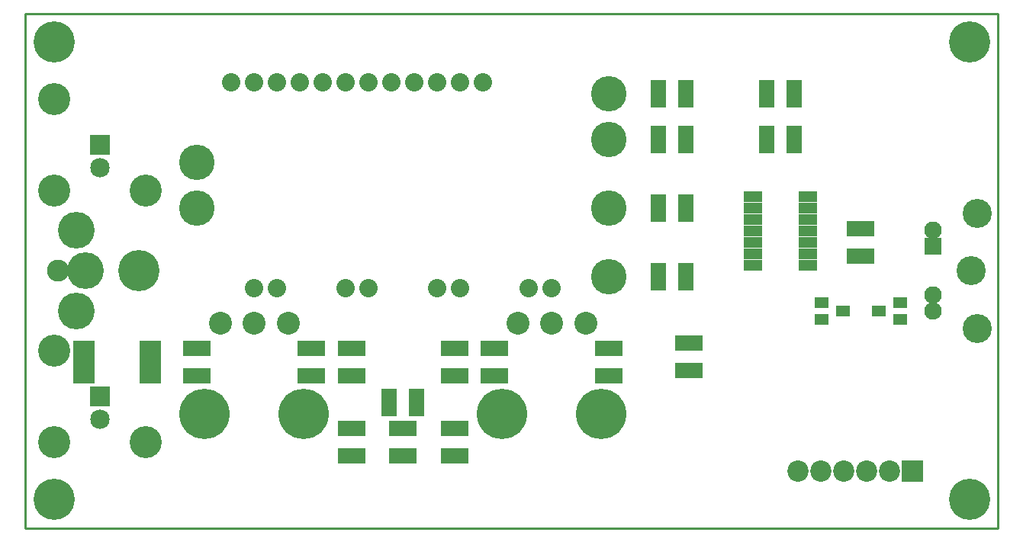
<source format=gbs>
G04 (created by PCBNEW-RS274X (2011-05-25)-stable) date Wed 30 Oct 2013 02:01:52 PM EDT*
G01*
G70*
G90*
%MOIN*%
G04 Gerber Fmt 3.4, Leading zero omitted, Abs format*
%FSLAX34Y34*%
G04 APERTURE LIST*
%ADD10C,0.006000*%
%ADD11C,0.009000*%
%ADD12C,0.127000*%
%ADD13C,0.076000*%
%ADD14R,0.076000X0.076000*%
%ADD15C,0.180000*%
%ADD16R,0.120000X0.070000*%
%ADD17C,0.080000*%
%ADD18R,0.070000X0.120000*%
%ADD19C,0.220000*%
%ADD20C,0.100000*%
%ADD21C,0.096000*%
%ADD22C,0.160000*%
%ADD23C,0.140000*%
%ADD24R,0.085000X0.085000*%
%ADD25C,0.085000*%
%ADD26R,0.095000X0.190000*%
%ADD27C,0.155000*%
%ADD28R,0.080000X0.045000*%
%ADD29C,0.093000*%
%ADD30R,0.093000X0.093000*%
%ADD31R,0.059000X0.048000*%
G04 APERTURE END LIST*
G54D10*
G54D11*
X29500Y-30500D02*
X29500Y-53000D01*
X72000Y-30500D02*
X29500Y-30500D01*
X72000Y-53000D02*
X72000Y-30500D01*
X29500Y-53000D02*
X72000Y-53000D01*
G54D12*
X71090Y-44270D03*
X71090Y-39230D03*
G54D13*
X69170Y-43520D03*
X69170Y-39980D03*
X69170Y-42815D03*
G54D14*
X69170Y-40685D03*
G54D12*
X70820Y-41750D03*
G54D15*
X30750Y-51750D03*
X70750Y-31750D03*
X30750Y-31750D03*
G54D16*
X48250Y-45150D03*
X48250Y-46350D03*
X43750Y-46350D03*
X43750Y-45150D03*
G54D15*
X70750Y-51750D03*
G54D16*
X42000Y-46350D03*
X42000Y-45150D03*
X43750Y-48650D03*
X43750Y-49850D03*
G54D17*
X44500Y-42500D03*
X43500Y-42500D03*
X40500Y-42500D03*
X39500Y-42500D03*
X47500Y-42500D03*
X48500Y-42500D03*
X51500Y-42500D03*
X52500Y-42500D03*
X38500Y-33500D03*
X39500Y-33500D03*
X40500Y-33500D03*
X41500Y-33500D03*
X42500Y-33500D03*
X43500Y-33500D03*
X44500Y-33500D03*
X45500Y-33500D03*
X46500Y-33500D03*
X47500Y-33500D03*
X48500Y-33500D03*
X49500Y-33500D03*
G54D18*
X61900Y-36000D03*
X63100Y-36000D03*
G54D16*
X58500Y-46100D03*
X58500Y-44900D03*
G54D18*
X45400Y-47500D03*
X46600Y-47500D03*
G54D16*
X46000Y-48650D03*
X46000Y-49850D03*
X55000Y-46350D03*
X55000Y-45150D03*
X50000Y-45150D03*
X50000Y-46350D03*
X37000Y-45150D03*
X37000Y-46350D03*
G54D18*
X58350Y-39000D03*
X57150Y-39000D03*
G54D16*
X66000Y-39900D03*
X66000Y-41100D03*
X48250Y-49850D03*
X48250Y-48650D03*
G54D18*
X61900Y-34000D03*
X63100Y-34000D03*
G54D19*
X41670Y-48000D03*
X37330Y-48000D03*
G54D20*
X39500Y-44060D03*
X40980Y-44060D03*
X38020Y-44060D03*
G54D19*
X54670Y-48000D03*
X50330Y-48000D03*
G54D20*
X52500Y-44060D03*
X53980Y-44060D03*
X51020Y-44060D03*
G54D18*
X57150Y-34000D03*
X58350Y-34000D03*
X58350Y-36000D03*
X57150Y-36000D03*
X57150Y-42000D03*
X58350Y-42000D03*
G54D21*
X30930Y-41750D03*
G54D22*
X32110Y-41750D03*
G54D15*
X34470Y-41750D03*
G54D22*
X31720Y-39980D03*
X31720Y-43520D03*
G54D23*
X30750Y-38250D03*
X30750Y-34250D03*
G54D24*
X32750Y-36250D03*
G54D25*
X32750Y-37250D03*
G54D23*
X34750Y-38250D03*
X30750Y-49250D03*
X30750Y-45250D03*
G54D24*
X32750Y-47250D03*
G54D25*
X32750Y-48250D03*
G54D23*
X34750Y-49250D03*
G54D26*
X34950Y-45750D03*
X32050Y-45750D03*
G54D27*
X37000Y-39000D03*
X37000Y-37000D03*
X55000Y-34000D03*
X55000Y-36000D03*
X55000Y-39000D03*
X55000Y-42000D03*
G54D28*
X61300Y-41500D03*
X61300Y-41000D03*
X61300Y-40500D03*
X61300Y-40000D03*
X61300Y-39500D03*
X61300Y-39000D03*
X61300Y-38500D03*
X63700Y-38500D03*
X63700Y-39000D03*
X63700Y-39500D03*
X63700Y-40000D03*
X63700Y-40500D03*
X63700Y-41000D03*
X63700Y-41500D03*
G54D29*
X67250Y-50500D03*
X66250Y-50500D03*
G54D30*
X68250Y-50500D03*
G54D29*
X65250Y-50500D03*
X64250Y-50500D03*
X63250Y-50500D03*
G54D31*
X65220Y-43500D03*
X64280Y-43870D03*
X64280Y-43130D03*
X66780Y-43500D03*
X67720Y-43130D03*
X67720Y-43870D03*
M02*

</source>
